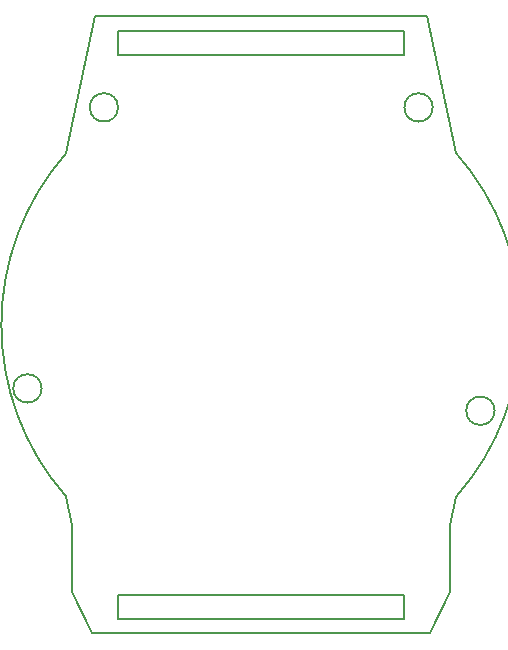
<source format=gbr>
G04 #@! TF.GenerationSoftware,KiCad,Pcbnew,5.1.4-1.fc30*
G04 #@! TF.CreationDate,2020-10-18T16:31:56+02:00*
G04 #@! TF.ProjectId,base24mm,62617365-3234-46d6-9d2e-6b696361645f,v0.5.2*
G04 #@! TF.SameCoordinates,Original*
G04 #@! TF.FileFunction,Profile,NP*
%FSLAX46Y46*%
G04 Gerber Fmt 4.6, Leading zero omitted, Abs format (unit mm)*
G04 Created by KiCad (PCBNEW 5.1.4-1.fc30) date 2020-10-18 16:31:56*
%MOMM*%
%LPD*%
G04 APERTURE LIST*
%ADD10C,0.200000*%
G04 APERTURE END LIST*
D10*
X236990000Y-145240000D02*
X235320000Y-148750000D01*
X237493266Y-108093707D02*
X235070000Y-96520000D01*
X206910000Y-96520000D02*
X235070000Y-96520000D01*
X208880000Y-99765628D02*
X208880000Y-97765628D01*
X233080000Y-97765628D02*
X208880000Y-97765628D01*
X208880000Y-99765628D02*
X233080000Y-99765628D01*
X233080000Y-99765628D02*
X233080000Y-97765628D01*
X208870000Y-104220000D02*
G75*
G03X208870000Y-104220000I-1200000J0D01*
G01*
X240750000Y-129910000D02*
G75*
G03X240750000Y-129910000I-1200000J0D01*
G01*
X235510000Y-104220000D02*
G75*
G03X235510000Y-104220000I-1200000J0D01*
G01*
X236990000Y-139580000D02*
X236990000Y-145240000D01*
X204990000Y-145240000D02*
X206660000Y-148750000D01*
X208900000Y-145514372D02*
X208900000Y-147514372D01*
X233100000Y-147514372D02*
X233100000Y-145514372D01*
X233100000Y-145514372D02*
X208900000Y-145514372D01*
X208900000Y-147514372D02*
X233100000Y-147514372D01*
X206660000Y-148750000D02*
X235320000Y-148750000D01*
X202400000Y-128010000D02*
G75*
G03X202400000Y-128010000I-1200000J0D01*
G01*
X204490001Y-108090001D02*
X206910000Y-96520000D01*
X204486734Y-137186293D02*
G75*
G02X204490001Y-108090001I16503266J14546293D01*
G01*
X237493266Y-108093707D02*
G75*
G02X237489999Y-137189999I-16503266J-14546293D01*
G01*
X204990000Y-139580000D02*
X204990000Y-145240000D01*
X204485040Y-137184371D02*
X204990000Y-139580000D01*
X237489999Y-137189999D02*
X236990000Y-139580000D01*
M02*

</source>
